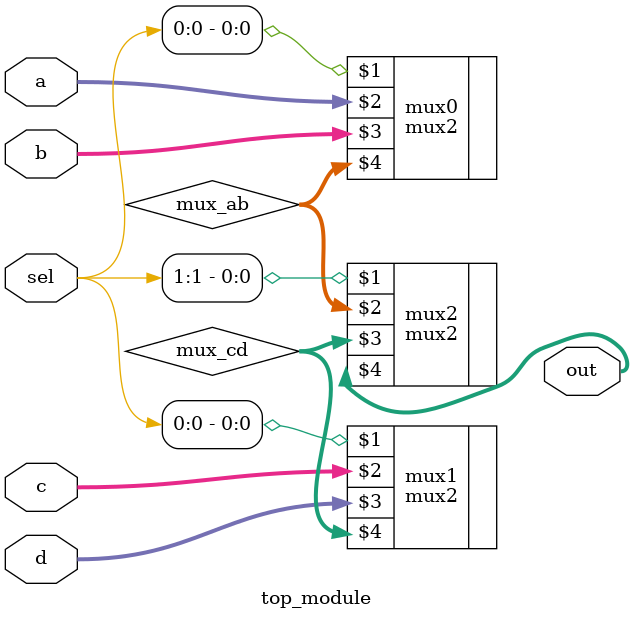
<source format=v>
module top_module (
    input [1:0] sel,
    input [7:0] a,
    input [7:0] b,
    input [7:0] c,
    input [7:0] d,
    output [7:0] out  ); //

    wire [7:0] mux_ab, mux_cd;
    
    
    mux2 mux0 ( sel[0],    a,    b, mux_ab );
    mux2 mux1 ( sel[0],    c,    d, mux_cd );
    mux2 mux2 ( sel[1], mux_ab, mux_cd, out );

endmodule

</source>
